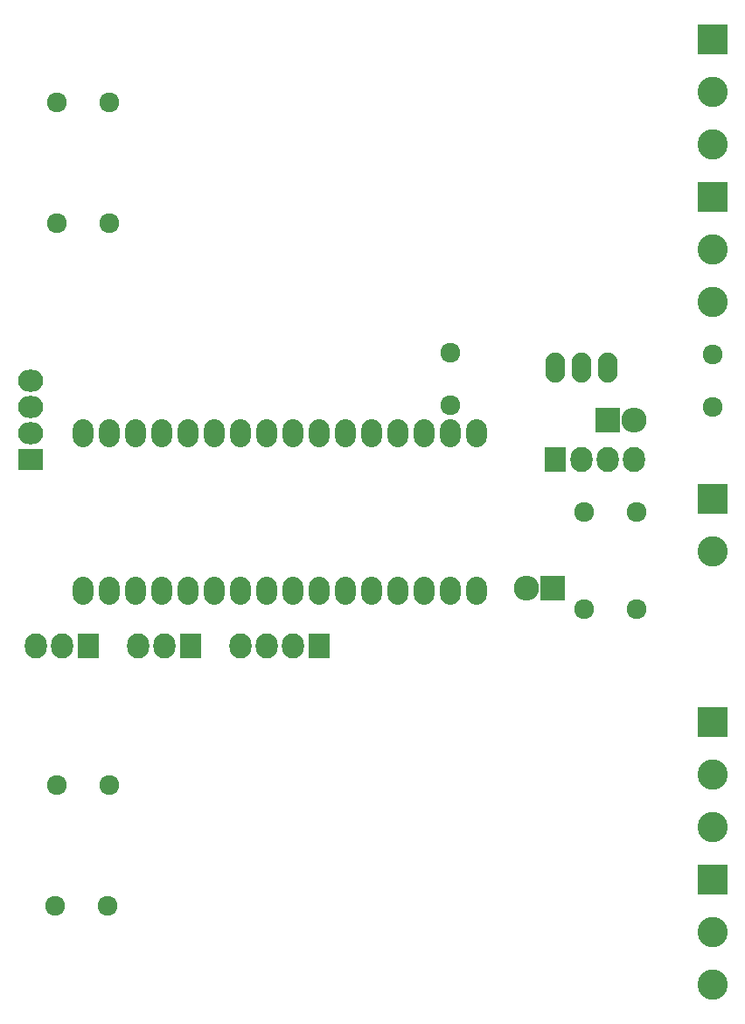
<source format=gbs>
G04 #@! TF.FileFunction,Soldermask,Bot*
%FSLAX46Y46*%
G04 Gerber Fmt 4.6, Leading zero omitted, Abs format (unit mm)*
G04 Created by KiCad (PCBNEW 4.0.2-4+6225~38~ubuntu14.04.1-stable) date mån 18 apr 2016 21:25:11*
%MOMM*%
G01*
G04 APERTURE LIST*
%ADD10C,0.100000*%
%ADD11C,1.924000*%
%ADD12R,2.432000X2.432000*%
%ADD13O,2.432000X2.432000*%
%ADD14R,2.940000X2.940000*%
%ADD15C,2.940000*%
%ADD16O,2.000000X2.700000*%
%ADD17R,2.127200X2.432000*%
%ADD18O,2.127200X2.432000*%
%ADD19R,2.432000X2.127200*%
%ADD20O,2.432000X2.127200*%
%ADD21O,1.901140X2.899360*%
G04 APERTURE END LIST*
D10*
D11*
X178054000Y-123698000D03*
X183134000Y-123698000D03*
X178054000Y-114300000D03*
X183134000Y-114300000D03*
D12*
X180340000Y-105410000D03*
D13*
X182880000Y-105410000D03*
D12*
X175006000Y-121666000D03*
D13*
X172466000Y-121666000D03*
D14*
X190500000Y-68580000D03*
D15*
X190500000Y-73660000D03*
X190500000Y-78740000D03*
D14*
X190500000Y-83820000D03*
D15*
X190500000Y-88900000D03*
X190500000Y-93980000D03*
D14*
X190500000Y-134620000D03*
D15*
X190500000Y-139700000D03*
X190500000Y-144780000D03*
D16*
X129540000Y-121920000D03*
X132080000Y-121920000D03*
X134620000Y-121920000D03*
X137160000Y-121920000D03*
X139700000Y-121920000D03*
X142240000Y-121920000D03*
X144780000Y-121920000D03*
X147320000Y-121920000D03*
X149860000Y-121920000D03*
X152400000Y-121920000D03*
X154940000Y-121920000D03*
X157480000Y-121920000D03*
X160020000Y-121920000D03*
X162560000Y-121920000D03*
X165100000Y-121920000D03*
X167640000Y-121920000D03*
X167640000Y-106680000D03*
X165100000Y-106680000D03*
X162560000Y-106680000D03*
X160020000Y-106680000D03*
X157480000Y-106680000D03*
X154940000Y-106680000D03*
X152400000Y-106680000D03*
X149860000Y-106680000D03*
X147320000Y-106680000D03*
X144780000Y-106680000D03*
X142240000Y-106680000D03*
X139700000Y-106680000D03*
X137160000Y-106680000D03*
X134620000Y-106680000D03*
X132080000Y-106680000D03*
X129540000Y-106680000D03*
D14*
X190500000Y-149860000D03*
D15*
X190500000Y-154940000D03*
X190500000Y-160020000D03*
D17*
X152400000Y-127254000D03*
D18*
X149860000Y-127254000D03*
X147320000Y-127254000D03*
X144780000Y-127254000D03*
D17*
X130048000Y-127254000D03*
D18*
X127508000Y-127254000D03*
X124968000Y-127254000D03*
D17*
X139954000Y-127254000D03*
D18*
X137414000Y-127254000D03*
X134874000Y-127254000D03*
D19*
X124460000Y-109220000D03*
D20*
X124460000Y-106680000D03*
X124460000Y-104140000D03*
X124460000Y-101600000D03*
D17*
X175260000Y-109220000D03*
D18*
X177800000Y-109220000D03*
X180340000Y-109220000D03*
X182880000Y-109220000D03*
D21*
X177800000Y-100330000D03*
X175260000Y-100330000D03*
X180340000Y-100330000D03*
D11*
X132080000Y-74676000D03*
X127000000Y-74676000D03*
X132080000Y-86360000D03*
X127000000Y-86360000D03*
X132080000Y-140716000D03*
X127000000Y-140716000D03*
X131953000Y-152400000D03*
X126873000Y-152400000D03*
X165100000Y-98933000D03*
X165100000Y-104013000D03*
X190500000Y-99060000D03*
X190500000Y-104140000D03*
D14*
X190500000Y-113030000D03*
D15*
X190500000Y-118110000D03*
M02*

</source>
